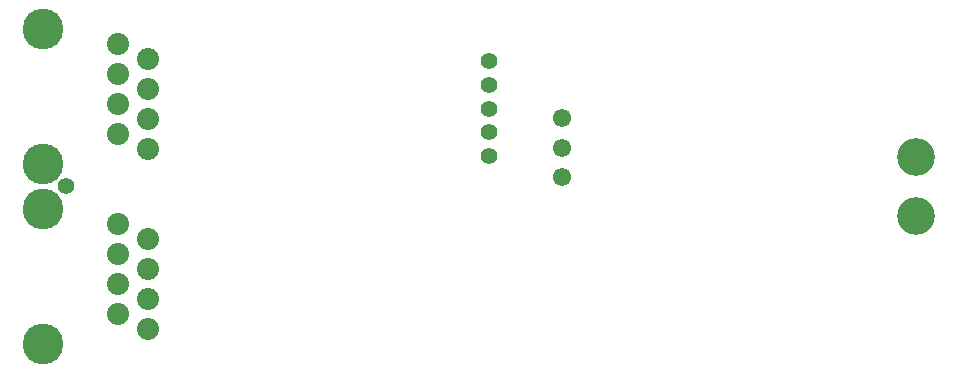
<source format=gbs>
G75*
%MOIN*%
%OFA0B0*%
%FSLAX25Y25*%
%IPPOS*%
%LPD*%
%AMOC8*
5,1,8,0,0,1.08239X$1,22.5*
%
%ADD10C,0.05512*%
%ADD11C,0.07387*%
%ADD12C,0.13587*%
%ADD13C,0.12598*%
%ADD14C,0.06102*%
D10*
X0039730Y0085705D03*
X0180604Y0095823D03*
X0180604Y0103697D03*
X0180604Y0111571D03*
X0180604Y0119445D03*
X0180604Y0127319D03*
D11*
X0067100Y0128205D03*
X0057100Y0133205D03*
X0057100Y0123205D03*
X0067100Y0118205D03*
X0057100Y0113205D03*
X0067100Y0108205D03*
X0057100Y0103205D03*
X0067100Y0098205D03*
X0057100Y0073205D03*
X0067100Y0068205D03*
X0057100Y0063205D03*
X0067100Y0058205D03*
X0057100Y0053205D03*
X0067100Y0048205D03*
X0057100Y0043205D03*
X0067100Y0038205D03*
D12*
X0032100Y0033205D03*
X0032100Y0078205D03*
X0032100Y0093205D03*
X0032100Y0138205D03*
D13*
X0323045Y0095547D03*
X0323045Y0075862D03*
D14*
X0205131Y0088657D03*
X0205131Y0098500D03*
X0205131Y0108343D03*
M02*

</source>
